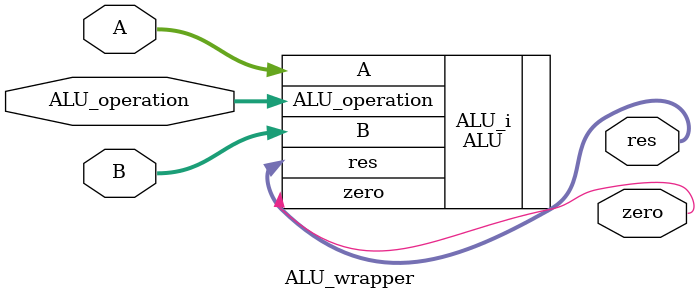
<source format=v>
`timescale 1 ps / 1 ps

module ALU_wrapper
   (A,
    ALU_operation,
    B,
    res,
    zero);
  input [31:0]A;
  input [2:0]ALU_operation;
  input [31:0]B;
  output [31:0]res;
  output zero;

  wire [31:0]A;
  wire [2:0]ALU_operation;
  wire [31:0]B;
  wire [31:0]res;
  wire zero;

  ALU ALU_i
       (.A(A),
        .ALU_operation(ALU_operation),
        .B(B),
        .res(res),
        .zero(zero));
endmodule

</source>
